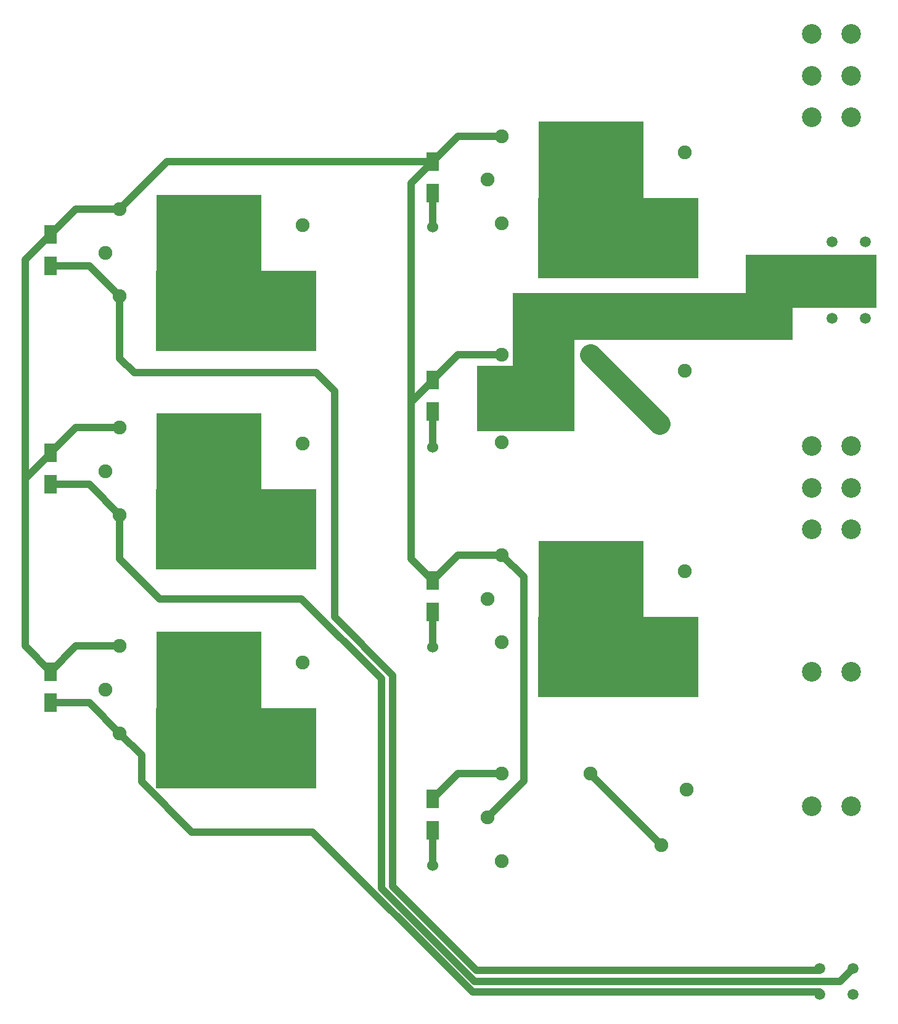
<source format=gtl>
G04 Layer_Physical_Order=1*
G04 Layer_Color=255*
%FSLAX44Y44*%
%MOMM*%
G71*
G01*
G75*
%ADD10R,1.7500X2.6500*%
%ADD11C,1.0000*%
%ADD12C,3.0000*%
%ADD13R,9.5000X7.3660*%
%ADD14R,8.5000X7.3660*%
%ADD15R,38.5000X6.5000*%
%ADD16R,8.5000X9.5000*%
%ADD17R,13.5000X9.0000*%
%ADD18R,14.5000X16.0000*%
%ADD19R,22.0000X11.0000*%
%ADD20C,1.9050*%
%ADD21C,2.7000*%
%ADD22C,1.5000*%
%ADD23C,1.5240*%
D10*
X1300000Y535000D02*
D03*
Y492000D02*
D03*
Y792000D02*
D03*
Y835000D02*
D03*
Y1410000D02*
D03*
Y1367000D02*
D03*
X775000Y1267000D02*
D03*
Y1310000D02*
D03*
X1300000Y1110000D02*
D03*
Y1067000D02*
D03*
X775000Y667000D02*
D03*
Y710000D02*
D03*
Y1010000D02*
D03*
Y967000D02*
D03*
D11*
X1270000Y1080000D02*
X1334944Y1144944D01*
X740000Y975000D02*
X809944Y1044944D01*
X1300000Y444020D02*
Y492000D01*
Y1367000D02*
Y1368580D01*
Y1320320D02*
Y1367000D01*
Y1018060D02*
Y1066320D01*
Y743740D02*
Y792000D01*
X775000Y1310000D02*
X809944Y1344944D01*
X740000Y1275000D02*
X740000D01*
X775000Y1310000D01*
X1355000Y270000D02*
X1831340D01*
X1516986Y569086D02*
X1613918Y472154D01*
X1516986Y569086D02*
Y569944D01*
X1611538Y1046646D02*
Y1050392D01*
X809944Y1044944D02*
X870066D01*
X809944Y744944D02*
X870066D01*
X740000Y975000D02*
Y1275000D01*
Y745000D02*
Y975000D01*
Y745000D02*
X775000Y710000D01*
X870066Y1344944D02*
X935122Y1410000D01*
X1300000D01*
X1270000Y1380000D02*
X1300000Y1410000D01*
X1270000Y1080000D02*
Y1380000D01*
Y865000D02*
Y1080000D01*
Y865000D02*
X1300000Y835000D01*
X1395066Y869944D02*
X1425000Y840010D01*
Y560000D02*
Y840010D01*
X1375000Y510000D02*
X1425000Y560000D01*
X1300000Y535000D02*
X1334944Y569944D01*
X1395066D01*
X1300000Y835000D02*
X1334944Y869944D01*
X1395066D01*
X1334944Y1144944D02*
X1395066D01*
X1300000Y1410000D02*
X1334944Y1444944D01*
X1395066D01*
X775000Y710000D02*
X809944Y744944D01*
Y1344944D02*
X870066D01*
X775000Y667000D02*
X828122D01*
X870066Y625056D01*
X925132Y810000D02*
X1120000D01*
X1230000Y700000D01*
X775000Y1267000D02*
X828122D01*
X870066Y1225056D01*
Y1139934D02*
Y1225056D01*
Y1139934D02*
X890000Y1120000D01*
X1140000D01*
X1165000Y1095000D01*
Y785000D02*
Y1095000D01*
Y785000D02*
X1245000Y705000D01*
X1230000Y412734D02*
X1357734Y285000D01*
X1230000Y412734D02*
Y700000D01*
X1245000Y415468D02*
Y705000D01*
Y415468D02*
X1360468Y300000D01*
X1831340D01*
X969337Y490000D02*
X1135000D01*
X1355000Y270000D01*
X900000Y559337D02*
X969337Y490000D01*
X900000Y559337D02*
Y595122D01*
X870066Y625056D02*
X900000Y595122D01*
X775000Y967000D02*
X828122D01*
X870066Y925056D01*
Y865066D02*
X925132Y810000D01*
X870066Y865066D02*
Y925056D01*
X1357734Y285000D02*
X1859800D01*
X1877060Y302260D01*
D12*
X1516986Y1144944D02*
X1611538Y1050392D01*
D13*
X1862500Y1245870D02*
D03*
D14*
X1772500D02*
D03*
D15*
X1602500Y1197500D02*
D03*
D16*
X1452500Y1172500D02*
D03*
D17*
X1427500Y1085000D02*
D03*
D18*
X1517500Y810000D02*
D03*
Y1385000D02*
D03*
X992500Y685000D02*
D03*
Y985000D02*
D03*
Y1285000D02*
D03*
D19*
X1555000Y1305000D02*
D03*
Y730000D02*
D03*
X1030000Y605000D02*
D03*
Y905000D02*
D03*
Y1205000D02*
D03*
D20*
X1375000Y1085000D02*
D03*
X1648462Y548354D02*
D03*
X1613918Y472154D02*
D03*
X1611538Y771646D02*
D03*
X1646082Y847846D02*
D03*
X1611538Y1346646D02*
D03*
X1646082Y1422846D02*
D03*
X1086538Y1246646D02*
D03*
X1121082Y1322846D02*
D03*
X1611538Y1046646D02*
D03*
X1646082Y1122846D02*
D03*
X1086538Y646646D02*
D03*
X1121082Y722846D02*
D03*
X1086538Y946646D02*
D03*
X1121082Y1022846D02*
D03*
X1516986Y569944D02*
D03*
X1395066D02*
D03*
Y450056D02*
D03*
X1375000Y510000D02*
D03*
X1516986Y869944D02*
D03*
X1395066D02*
D03*
Y750056D02*
D03*
X1375000Y810000D02*
D03*
X1516986Y1444944D02*
D03*
X1395066D02*
D03*
Y1325056D02*
D03*
X1375000Y1385000D02*
D03*
X991986Y1344944D02*
D03*
X870066D02*
D03*
Y1225056D02*
D03*
X850000Y1285000D02*
D03*
X1516986Y1144944D02*
D03*
X1395066D02*
D03*
Y1025056D02*
D03*
X991986Y744944D02*
D03*
X870066D02*
D03*
Y625056D02*
D03*
X850000Y685000D02*
D03*
X991986Y1044944D02*
D03*
X870066D02*
D03*
Y925056D02*
D03*
X850000Y985000D02*
D03*
D21*
X1820390Y905000D02*
D03*
X1875000D02*
D03*
Y962150D02*
D03*
X1820390D02*
D03*
Y1019300D02*
D03*
X1875000D02*
D03*
X1820390Y1470700D02*
D03*
X1875000D02*
D03*
Y1527850D02*
D03*
X1820390D02*
D03*
Y1585000D02*
D03*
X1875000D02*
D03*
X1820390Y710000D02*
D03*
X1875000D02*
D03*
X1820390Y525000D02*
D03*
X1875000D02*
D03*
D22*
X1894200Y1300060D02*
D03*
X1848480D02*
D03*
Y1264910D02*
D03*
X1894200Y1265060D02*
D03*
Y1230060D02*
D03*
X1848200D02*
D03*
Y1195060D02*
D03*
X1894200D02*
D03*
X1831340Y267260D02*
D03*
Y302260D02*
D03*
X1877060D02*
D03*
Y267260D02*
D03*
D23*
X1300000Y1320320D02*
D03*
Y1018060D02*
D03*
Y444020D02*
D03*
Y743740D02*
D03*
M02*

</source>
